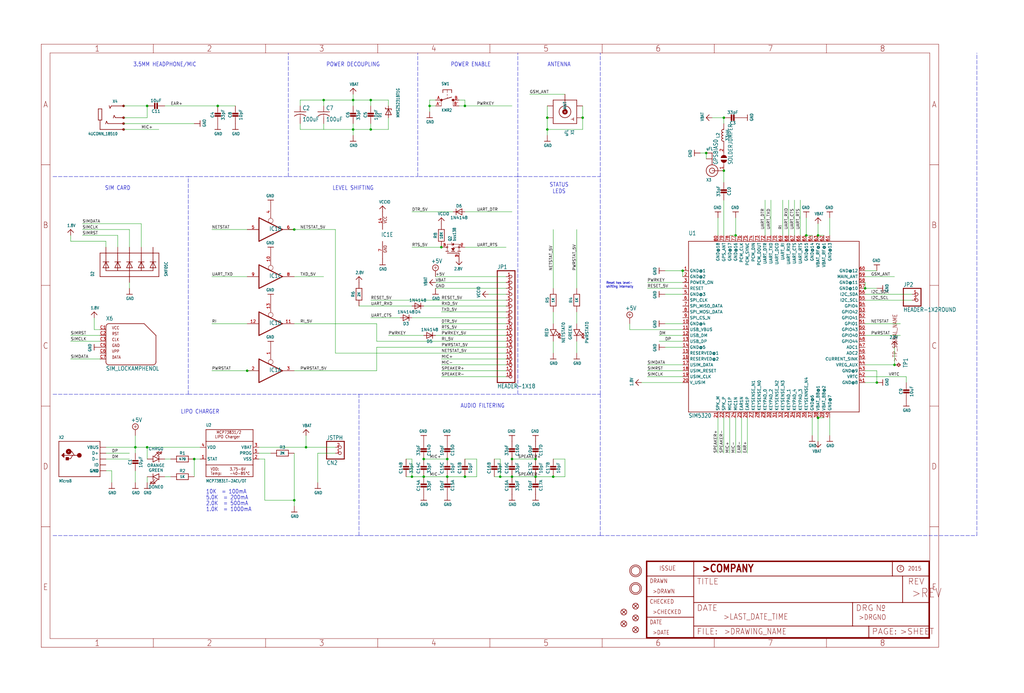
<source format=kicad_sch>
(kicad_sch (version 20211123) (generator eeschema)
  (paper "User" 441.96 299.161)
  (junction (at 132.08 193.04))
  (junction (at 312.42 73.66))
  (junction (at 238.76 205.74))
  (junction (at 193.04 198.12))
  (junction (at 200.66 205.74))
  (junction (at 215.9 205.74))
  (junction (at 220.98 198.12))
  (junction (at 373.38 124.46))
  (junction (at 231.14 198.12))
  (junction (at 160.02 55.88))
  (junction (at 93.98 45.72))
  (junction (at 353.06 180.34))
  (junction (at 106.68 160.02))
  (junction (at 353.06 101.6))
  (junction (at 152.4 43.18))
  (junction (at 63.5 193.04))
  (junction (at 190.5 106.68))
  (junction (at 220.98 205.74))
  (junction (at 152.4 55.88))
  (junction (at 251.46 50.8))
  (junction (at 193.04 205.74))
  (junction (at 127 99.06))
  (junction (at 58.42 193.04))
  (junction (at 185.42 45.72))
  (junction (at 177.8 205.74))
  (junction (at 378.46 165.1))
  (junction (at 182.88 198.12))
  (junction (at 139.7 43.18))
  (junction (at 236.22 55.88))
  (junction (at 231.14 205.74))
  (junction (at 127 215.9))
  (junction (at 63.5 45.72))
  (junction (at 83.82 198.12))
  (junction (at 236.22 50.8))
  (junction (at 200.66 45.72))
  (junction (at 386.08 157.48))
  (junction (at 317.5 101.6))
  (junction (at 347.98 101.6))
  (junction (at 182.88 205.74))
  (junction (at 160.02 43.18))
  (junction (at 294.64 116.84))
  (junction (at 304.8 66.04))
  (junction (at 312.42 50.8))
  (wire (pts (xy 162.56 160.02) (xy 162.56 149.86)))
  (wire (pts (xy 373.38 124.46) (xy 378.46 124.46)))
  (wire (pts (xy 137.16 195.58) (xy 144.78 195.58)))
  (wire (pts (xy 236.22 50.8) (xy 236.22 55.88)))
  (wire (pts (xy 200.66 91.44) (xy 220.98 91.44)))
  (wire (pts (xy 50.8 101.6) (xy 35.56 101.6)))
  (polyline (pts (xy 124.46 76.2) (xy 124.46 22.86)))
  (wire (pts (xy 190.5 157.48) (xy 218.44 157.48)))
  (polyline (pts (xy 81.28 170.18) (xy 154.94 170.18)))
  (wire (pts (xy 129.54 43.18) (xy 139.7 43.18)))
  (wire (pts (xy 287.02 127) (xy 294.64 127)))
  (wire (pts (xy 50.8 106.68) (xy 50.8 101.6)))
  (wire (pts (xy 195.58 91.44) (xy 177.8 91.44)))
  (wire (pts (xy 127 160.02) (xy 162.56 160.02)))
  (wire (pts (xy 152.4 45.72) (xy 152.4 43.18)))
  (wire (pts (xy 215.9 205.74) (xy 213.36 205.74)))
  (wire (pts (xy 63.5 198.12) (xy 63.5 193.04)))
  (wire (pts (xy 190.5 160.02) (xy 218.44 160.02)))
  (wire (pts (xy 58.42 203.2) (xy 58.42 208.28)))
  (wire (pts (xy 200.66 106.68) (xy 218.44 106.68)))
  (wire (pts (xy 53.34 55.88) (xy 68.58 55.88)))
  (wire (pts (xy 198.12 43.18) (xy 200.66 43.18)))
  (wire (pts (xy 317.5 93.98) (xy 317.5 101.6)))
  (wire (pts (xy 63.5 45.72) (xy 63.5 50.8)))
  (wire (pts (xy 287.02 149.86) (xy 294.64 149.86)))
  (wire (pts (xy 238.76 124.46) (xy 238.76 99.06)))
  (wire (pts (xy 60.96 106.68) (xy 60.96 96.52)))
  (wire (pts (xy 320.04 180.34) (xy 320.04 195.58)))
  (wire (pts (xy 160.02 45.72) (xy 160.02 43.18)))
  (wire (pts (xy 129.54 53.34) (xy 129.54 55.88)))
  (wire (pts (xy 312.42 50.8) (xy 312.42 53.34)))
  (wire (pts (xy 200.66 45.72) (xy 198.12 45.72)))
  (wire (pts (xy 279.4 157.48) (xy 294.64 157.48)))
  (wire (pts (xy 314.96 195.58) (xy 314.96 180.34)))
  (wire (pts (xy 132.08 193.04) (xy 132.08 187.96)))
  (polyline (pts (xy 223.52 170.18) (xy 223.52 76.2)))
  (wire (pts (xy 55.88 121.92) (xy 55.88 124.46)))
  (polyline (pts (xy 223.52 76.2) (xy 259.08 76.2)))
  (wire (pts (xy 160.02 43.18) (xy 167.64 43.18)))
  (wire (pts (xy 218.44 124.46) (xy 187.96 124.46)))
  (wire (pts (xy 152.4 43.18) (xy 152.4 40.64)))
  (wire (pts (xy 139.7 45.72) (xy 139.7 43.18)))
  (wire (pts (xy 238.76 198.12) (xy 243.84 198.12)))
  (polyline (pts (xy 223.52 76.2) (xy 180.34 76.2)))
  (wire (pts (xy 271.78 142.24) (xy 271.78 139.7)))
  (wire (pts (xy 177.8 106.68) (xy 190.5 106.68)))
  (wire (pts (xy 345.44 101.6) (xy 345.44 86.36)))
  (wire (pts (xy 182.88 205.74) (xy 193.04 205.74)))
  (wire (pts (xy 322.58 195.58) (xy 322.58 180.34)))
  (wire (pts (xy 248.92 134.62) (xy 248.92 139.7)))
  (wire (pts (xy 353.06 96.52) (xy 353.06 101.6)))
  (wire (pts (xy 373.38 165.1) (xy 378.46 165.1)))
  (wire (pts (xy 53.34 50.8) (xy 63.5 50.8)))
  (polyline (pts (xy 223.52 170.18) (xy 259.08 170.18)))
  (wire (pts (xy 187.96 144.78) (xy 218.44 144.78)))
  (wire (pts (xy 287.02 116.84) (xy 294.64 116.84)))
  (wire (pts (xy 373.38 127) (xy 393.7 127)))
  (wire (pts (xy 200.66 205.74) (xy 193.04 205.74)))
  (wire (pts (xy 55.88 198.12) (xy 45.72 198.12)))
  (wire (pts (xy 386.08 119.38) (xy 373.38 119.38)))
  (wire (pts (xy 93.98 45.72) (xy 71.12 45.72)))
  (wire (pts (xy 200.66 198.12) (xy 205.74 198.12)))
  (wire (pts (xy 106.68 119.38) (xy 91.44 119.38)))
  (wire (pts (xy 243.84 205.74) (xy 238.76 205.74)))
  (wire (pts (xy 228.6 40.64) (xy 243.84 40.64)))
  (wire (pts (xy 236.22 45.72) (xy 236.22 50.8)))
  (wire (pts (xy 83.82 53.34) (xy 53.34 53.34)))
  (wire (pts (xy 243.84 198.12) (xy 243.84 205.74)))
  (wire (pts (xy 129.54 55.88) (xy 152.4 55.88)))
  (wire (pts (xy 378.46 165.1) (xy 378.46 160.02)))
  (wire (pts (xy 215.9 205.74) (xy 220.98 205.74)))
  (wire (pts (xy 312.42 73.66) (xy 312.42 78.74)))
  (wire (pts (xy 45.72 106.68) (xy 45.72 104.14)))
  (polyline (pts (xy 223.52 76.2) (xy 223.52 22.86)))
  (wire (pts (xy 160.02 55.88) (xy 167.64 55.88)))
  (wire (pts (xy 391.16 162.56) (xy 373.38 162.56)))
  (wire (pts (xy 340.36 101.6) (xy 340.36 86.36)))
  (wire (pts (xy 350.52 180.34) (xy 350.52 187.96)))
  (wire (pts (xy 248.92 152.4) (xy 248.92 147.32)))
  (wire (pts (xy 238.76 147.32) (xy 238.76 152.4)))
  (wire (pts (xy 187.96 121.92) (xy 218.44 121.92)))
  (wire (pts (xy 73.66 205.74) (xy 71.12 205.74)))
  (wire (pts (xy 55.88 99.06) (xy 35.56 99.06)))
  (wire (pts (xy 48.26 203.2) (xy 48.26 208.28)))
  (wire (pts (xy 177.8 205.74) (xy 175.26 205.74)))
  (wire (pts (xy 182.88 132.08) (xy 218.44 132.08)))
  (polyline (pts (xy 22.86 231.14) (xy 154.94 231.14)))
  (wire (pts (xy 312.42 86.36) (xy 312.42 101.6)))
  (wire (pts (xy 152.4 55.88) (xy 160.02 55.88)))
  (wire (pts (xy 218.44 152.4) (xy 144.78 152.4)))
  (wire (pts (xy 350.52 101.6) (xy 347.98 101.6)))
  (wire (pts (xy 152.4 53.34) (xy 152.4 55.88)))
  (wire (pts (xy 309.88 180.34) (xy 309.88 195.58)))
  (wire (pts (xy 294.64 144.78) (xy 284.48 144.78)))
  (wire (pts (xy 187.96 43.18) (xy 185.42 43.18)))
  (wire (pts (xy 190.5 142.24) (xy 218.44 142.24)))
  (wire (pts (xy 304.8 66.04) (xy 302.26 66.04)))
  (wire (pts (xy 58.42 195.58) (xy 58.42 193.04)))
  (wire (pts (xy 162.56 147.32) (xy 162.56 139.7)))
  (wire (pts (xy 111.76 195.58) (xy 116.84 195.58)))
  (wire (pts (xy 144.78 152.4) (xy 144.78 99.06)))
  (wire (pts (xy 45.72 104.14) (xy 30.48 104.14)))
  (wire (pts (xy 307.34 50.8) (xy 312.42 50.8)))
  (wire (pts (xy 167.64 55.88) (xy 167.64 50.8)))
  (wire (pts (xy 236.22 58.42) (xy 236.22 55.88)))
  (wire (pts (xy 187.96 45.72) (xy 185.42 45.72)))
  (wire (pts (xy 294.64 160.02) (xy 279.4 160.02)))
  (wire (pts (xy 312.42 195.58) (xy 312.42 180.34)))
  (wire (pts (xy 218.44 137.16) (xy 177.8 137.16)))
  (wire (pts (xy 193.04 198.12) (xy 182.88 198.12)))
  (wire (pts (xy 287.02 139.7) (xy 294.64 139.7)))
  (polyline (pts (xy 259.08 76.2) (xy 259.08 22.86)))
  (wire (pts (xy 386.08 157.48) (xy 386.08 149.86)))
  (wire (pts (xy 353.06 101.6) (xy 355.6 101.6)))
  (wire (pts (xy 294.64 124.46) (xy 279.4 124.46)))
  (wire (pts (xy 63.5 45.72) (xy 53.34 45.72)))
  (polyline (pts (xy 22.86 76.2) (xy 81.28 76.2)))
  (wire (pts (xy 172.72 137.16) (xy 160.02 137.16)))
  (wire (pts (xy 45.72 193.04) (xy 58.42 193.04)))
  (wire (pts (xy 160.02 53.34) (xy 160.02 55.88)))
  (wire (pts (xy 190.5 162.56) (xy 218.44 162.56)))
  (wire (pts (xy 309.88 93.98) (xy 309.88 101.6)))
  (wire (pts (xy 83.82 205.74) (xy 83.82 198.12)))
  (wire (pts (xy 342.9 101.6) (xy 342.9 86.36)))
  (wire (pts (xy 210.82 127) (xy 218.44 127)))
  (wire (pts (xy 58.42 193.04) (xy 58.42 187.96)))
  (wire (pts (xy 205.74 205.74) (xy 200.66 205.74)))
  (wire (pts (xy 127 139.7) (xy 162.56 139.7)))
  (wire (pts (xy 190.5 154.94) (xy 218.44 154.94)))
  (polyline (pts (xy 154.94 231.14) (xy 154.94 170.18)))
  (wire (pts (xy 294.64 142.24) (xy 271.78 142.24)))
  (wire (pts (xy 30.48 104.14) (xy 30.48 101.6)))
  (wire (pts (xy 154.94 132.08) (xy 177.8 132.08)))
  (wire (pts (xy 314.96 101.6) (xy 317.5 101.6)))
  (wire (pts (xy 139.7 53.34) (xy 139.7 55.88)))
  (wire (pts (xy 132.08 193.04) (xy 144.78 193.04)))
  (wire (pts (xy 373.38 116.84) (xy 378.46 116.84)))
  (wire (pts (xy 106.68 99.06) (xy 91.44 99.06)))
  (wire (pts (xy 251.46 50.8) (xy 251.46 45.72)))
  (wire (pts (xy 182.88 144.78) (xy 167.64 144.78)))
  (wire (pts (xy 175.26 198.12) (xy 177.8 198.12)))
  (wire (pts (xy 152.4 43.18) (xy 160.02 43.18)))
  (wire (pts (xy 294.64 116.84) (xy 294.64 119.38)))
  (wire (pts (xy 205.74 198.12) (xy 205.74 205.74)))
  (wire (pts (xy 220.98 45.72) (xy 200.66 45.72)))
  (wire (pts (xy 185.42 45.72) (xy 185.42 48.26)))
  (polyline (pts (xy 259.08 231.14) (xy 421.64 231.14)))
  (wire (pts (xy 358.14 93.98) (xy 358.14 101.6)))
  (wire (pts (xy 30.48 154.94) (xy 43.18 154.94)))
  (wire (pts (xy 152.4 58.42) (xy 152.4 55.88)))
  (wire (pts (xy 373.38 157.48) (xy 386.08 157.48)))
  (wire (pts (xy 358.14 187.96) (xy 358.14 180.34)))
  (polyline (pts (xy 124.46 76.2) (xy 180.34 76.2)))
  (wire (pts (xy 337.82 101.6) (xy 337.82 86.36)))
  (wire (pts (xy 162.56 149.86) (xy 218.44 149.86)))
  (wire (pts (xy 294.64 121.92) (xy 279.4 121.92)))
  (wire (pts (xy 83.82 198.12) (xy 86.36 198.12)))
  (wire (pts (xy 218.44 139.7) (xy 190.5 139.7)))
  (wire (pts (xy 220.98 205.74) (xy 231.14 205.74)))
  (wire (pts (xy 93.98 45.72) (xy 101.6 45.72)))
  (wire (pts (xy 294.64 165.1) (xy 276.86 165.1)))
  (polyline (pts (xy 421.64 231.14) (xy 421.64 22.86)))
  (polyline (pts (xy 259.08 170.18) (xy 259.08 76.2)))
  (wire (pts (xy 45.72 195.58) (xy 55.88 195.58)))
  (wire (pts (xy 114.3 198.12) (xy 114.3 215.9)))
  (wire (pts (xy 58.42 193.04) (xy 63.5 193.04)))
  (wire (pts (xy 127 215.9) (xy 127 218.44)))
  (wire (pts (xy 63.5 193.04) (xy 86.36 193.04)))
  (wire (pts (xy 124.46 99.06) (xy 127 99.06)))
  (wire (pts (xy 347.98 101.6) (xy 347.98 93.98)))
  (wire (pts (xy 251.46 55.88) (xy 251.46 50.8)))
  (wire (pts (xy 129.54 45.72) (xy 129.54 43.18)))
  (wire (pts (xy 137.16 195.58) (xy 137.16 208.28)))
  (wire (pts (xy 378.46 160.02) (xy 373.38 160.02)))
  (wire (pts (xy 43.18 142.24) (xy 40.64 142.24)))
  (polyline (pts (xy 154.94 170.18) (xy 223.52 170.18)))
  (wire (pts (xy 160.02 129.54) (xy 218.44 129.54)))
  (wire (pts (xy 167.64 43.18) (xy 167.64 45.72)))
  (wire (pts (xy 55.88 106.68) (xy 55.88 99.06)))
  (polyline (pts (xy 22.86 170.18) (xy 81.28 170.18)))
  (wire (pts (xy 218.44 119.38) (xy 187.96 119.38)))
  (wire (pts (xy 213.36 198.12) (xy 215.9 198.12)))
  (wire (pts (xy 200.66 43.18) (xy 200.66 45.72)))
  (wire (pts (xy 391.16 162.56) (xy 391.16 165.1)))
  (wire (pts (xy 73.66 198.12) (xy 71.12 198.12)))
  (wire (pts (xy 114.3 215.9) (xy 127 215.9)))
  (wire (pts (xy 43.18 144.78) (xy 30.48 144.78)))
  (wire (pts (xy 248.92 99.06) (xy 248.92 124.46)))
  (wire (pts (xy 294.64 162.56) (xy 279.4 162.56)))
  (polyline (pts (xy 259.08 231.14) (xy 259.08 170.18)))
  (wire (pts (xy 238.76 205.74) (xy 231.14 205.74)))
  (wire (pts (xy 236.22 55.88) (xy 251.46 55.88)))
  (wire (pts (xy 330.2 101.6) (xy 330.2 86.36)))
  (wire (pts (xy 238.76 134.62) (xy 238.76 139.7)))
  (wire (pts (xy 40.64 142.24) (xy 40.64 137.16)))
  (wire (pts (xy 63.5 205.74) (xy 63.5 208.28)))
  (wire (pts (xy 215.9 198.12) (xy 215.9 205.74)))
  (wire (pts (xy 388.62 144.78) (xy 373.38 144.78)))
  (wire (pts (xy 60.96 96.52) (xy 35.56 96.52)))
  (wire (pts (xy 284.48 147.32) (xy 294.64 147.32)))
  (wire (pts (xy 185.42 43.18) (xy 185.42 45.72)))
  (wire (pts (xy 109.22 160.02) (xy 106.68 160.02)))
  (wire (pts (xy 45.72 203.2) (xy 48.26 203.2)))
  (wire (pts (xy 231.14 198.12) (xy 220.98 198.12)))
  (wire (pts (xy 332.74 101.6) (xy 332.74 86.36)))
  (wire (pts (xy 127 119.38) (xy 139.7 119.38)))
  (wire (pts (xy 317.5 180.34) (xy 317.5 195.58)))
  (wire (pts (xy 388.62 139.7) (xy 373.38 139.7)))
  (wire (pts (xy 177.8 198.12) (xy 177.8 205.74)))
  (wire (pts (xy 132.08 193.04) (xy 111.76 193.04)))
  (wire (pts (xy 304.8 68.58) (xy 304.8 66.04)))
  (wire (pts (xy 106.68 160.02) (xy 91.44 160.02)))
  (wire (pts (xy 106.68 139.7) (xy 91.44 139.7)))
  (polyline (pts (xy 154.94 231.14) (xy 259.08 231.14)))
  (wire (pts (xy 353.06 190.5) (xy 353.06 180.34)))
  (wire (pts (xy 393.7 129.54) (xy 373.38 129.54)))
  (wire (pts (xy 177.8 205.74) (xy 182.88 205.74)))
  (wire (pts (xy 139.7 43.18) (xy 152.4 43.18)))
  (wire (pts (xy 373.38 121.92) (xy 373.38 124.46)))
  (wire (pts (xy 111.76 198.12) (xy 114.3 198.12)))
  (wire (pts (xy 43.18 147.32) (xy 30.48 147.32)))
  (wire (pts (xy 127 195.58) (xy 127 215.9)))
  (wire (pts (xy 127 99.06) (xy 144.78 99.06)))
  (wire (pts (xy 353.06 180.34) (xy 355.6 180.34)))
  (polyline (pts (xy 81.28 76.2) (xy 124.46 76.2)))
  (wire (pts (xy 162.56 147.32) (xy 218.44 147.32)))
  (polyline (pts (xy 81.28 170.18) (xy 81.28 76.2)))
  (polyline (pts (xy 180.34 76.2) (xy 180.34 22.86)))
  (wire (pts (xy 190.5 134.62) (xy 218.44 134.62)))
  (text "3.5MM HEADPHONE/MIC" (at 71.12 27.94 180) (effects (font (size 1.778 1.5113))))
  (text "1.0K  = 1000mA" (at 88.9 220.98 180) (effects (font (size 1.778 1.5113)) (justify left bottom)))
  (text "POWER ENABLE" (at 203.2 27.94 180) (effects (font (size 1.778 1.5113))))
  (text "Reset has level-\nshifting internally" (at 261.62 124.46 180) (effects (font (size 1.016 0.8636)) (justify left bottom)))
  (text "5.0K  = 200mA" (at 88.9 215.9 180) (effects (font (size 1.778 1.5113)) (justify left bottom)))
  (text "POWER DECOUPLING" (at 152.4 27.94 180) (effects (font (size 1.778 1.5113))))
  (text "STATUS\nLEDS" (at 241.3 81.28 180) (effects (font (size 1.778 1.5113))))
  (text "10K  = 100mA" (at 88.9 213.36 180) (effects (font (size 1.778 1.5113)) (justify left bottom)))
  (text "LIPO CHARGER" (at 86.36 177.8 180) (effects (font (size 1.778 1.5113))))
  (text "2.0K  = 500mA" (at 88.9 218.44 180) (effects (font (size 1.778 1.5113)) (justify left bottom)))
  (text "AUDIO FILTERING" (at 208.28 175.26 180) (effects (font (size 1.778 1.5113))))
  (text "LEVEL SHIFTING" (at 152.4 81.28 180) (effects (font (size 1.778 1.5113))))
  (text "SIM CARD" (at 50.8 81.28 180) (effects (font (size 1.778 1.5113))))
  (text "ANTENNA" (at 241.3 27.94 180) (effects (font (size 1.778 1.5113))))
  (label "MIC-" (at 185.42 205.74 0) (effects (font (size 1.2446 1.2446))))
  (label "NETSTAT" (at 91.44 99.06 0) (effects (font (size 1.2446 1.2446))))
  (label "RESET_5V" (at 160.02 129.54 0) (effects (font (size 1.2446 1.2446))))
  (label "GSM_ANT" (at 228.6 40.64 0) (effects (font (size 1.2446 1.2446))))
  (label "VBAT" (at 187.96 121.92 0) (effects (font (size 1.2446 1.2446))))
  (label "SIMDATA" (at 30.48 154.94 0) (effects (font (size 1.2446 1.2446))))
  (label "UART_RXD" (at 340.36 99.06 90) (effects (font (size 1.2446 1.2446))))
  (label "DTR_5V" (at 190.5 139.7 0) (effects (font (size 1.2446 1.2446))))
  (label "SPEAKER-" (at 190.5 162.56 0) (effects (font (size 1.2446 1.2446))))
  (label "SIMRST" (at 35.56 101.6 0) (effects (font (size 1.2446 1.2446))))
  (label "SPEAKER-" (at 223.52 205.74 0) (effects (font (size 1.2446 1.2446))))
  (label "NETSTAT" (at 375.92 139.7 0) (effects (font (size 1.2446 1.2446))))
  (label "GSM_ANT" (at 375.92 119.38 0) (effects (font (size 1.2446 1.2446))))
  (label "RESET_5V" (at 190.5 129.54 0) (effects (font (size 1.2446 1.2446))))
  (label "UART_RTS" (at 205.74 106.68 0) (effects (font (size 1.2446 1.2446))))
  (label "MIC-" (at 317.5 195.58 90) (effects (font (size 1.2446 1.2446))))
  (label "I2C_SDA" (at 375.92 127 0) (effects (font (size 1.2446 1.2446))))
  (label "NETSTAT_5V" (at 129.54 99.06 0) (effects (font (size 1.2446 1.2446))))
  (label "UART_TXD" (at 332.74 99.06 90) (effects (font (size 1.2446 1.2446))))
  (label "RI_5V" (at 129.54 139.7 0) (effects (font (size 1.2446 1.2446))))
  (label "DP" (at 287.02 147.32 0) (effects (font (size 1.2446 1.2446))))
  (label "UART_RXD" (at 160.02 132.08 0) (effects (font (size 1.2446 1.2446))))
  (label "PWRKEY" (at 167.64 144.78 0) (effects (font (size 1.2446 1.2446))))
  (label "GND" (at 187.96 124.46 0) (effects (font (size 1.2446 1.2446))))
  (label "VRTC" (at 383.54 162.56 0) (effects (font (size 1.2446 1.2446))))
  (label "UART_RTS" (at 345.44 99.06 90) (effects (font (size 1.2446 1.2446))))
  (label "RI" (at 91.44 139.7 0) (effects (font (size 1.2446 1.2446))))
  (label "RXD_5V" (at 190.5 132.08 0) (effects (font (size 1.2446 1.2446))))
  (label "RTS_5V" (at 177.8 106.68 0) (effects (font (size 1.2446 1.2446))))
  (label "TXD_5V" (at 190.5 134.62 0) (effects (font (size 1.2446 1.2446))))
  (label "SIMRST" (at 30.48 144.78 0) (effects (font (size 1.2446 1.2446))))
  (label "PWRSTAT_5V" (at 190.5 149.86 0) (effects (font (size 1.2446 1.2446))))
  (label "PWRSTAT" (at 375.92 144.78 0) (effects (font (size 1.2446 1.2446))))
  (label "SPEAKER-" (at 312.42 195.58 90) (effects (font (size 1.2446 1.2446))))
  (label "MIC+" (at 60.96 55.88 0) (effects (font (size 1.2446 1.2446))))
  (label "SIMCLK" (at 30.48 147.32 0) (effects (font (size 1.2446 1.2446))))
  (label "UART_TXD" (at 91.44 119.38 0) (effects (font (size 1.2446 1.2446))))
  (label "SPEAKER+" (at 309.88 195.58 90) (effects (font (size 1.2446 1.2446))))
  (label "SPEAKER+" (at 223.52 198.12 0) (effects (font (size 1.2446 1.2446))))
  (label "+5V" (at 187.96 119.38 0) (effects (font (size 1.2446 1.2446))))
  (label "I2C_SCL" (at 375.92 129.54 0) (effects (font (size 1.2446 1.2446))))
  (label "PWRSTAT" (at 91.44 160.02 0) (effects (font (size 1.2446 1.2446))))
  (label "MIC+" (at 185.42 198.12 0) (effects (font (size 1.2446 1.2446))))
  (label "EAR+" (at 73.66 45.72 0) (effects (font (size 1.2446 1.2446))))
  (label "RTS_5V" (at 190.5 142.24 0) (effects (font (size 1.2446 1.2446))))
  (label "UART_DTR" (at 205.74 91.44 0) (effects (font (size 1.2446 1.2446))))
  (label "SIMRST" (at 279.4 160.02 0) (effects (font (size 1.2446 1.2446))))
  (label "SIMCLK" (at 279.4 162.56 0) (effects (font (size 1.2446 1.2446))))
  (label "MIC+" (at 314.96 195.58 90) (effects (font (size 1.2446 1.2446))))
  (label "DM" (at 284.48 144.78 0) (effects (font (size 1.2446 1.2446))))
  (label "EAR-" (at 320.04 195.58 90) (effects (font (size 1.2446 1.2446))))
  (label "NETSTAT_5V" (at 238.76 116.84 90) (effects (font (size 1.2446 1.2446))))
  (label "TXD_5V" (at 129.54 119.38 0) (effects (font (size 1.2446 1.2446))))
  (label "DM" (at 48.26 198.12 0) (effects (font (size 1.2446 1.2446))))
  (label "UART_CTS" (at 342.9 99.06 90) (effects (font (size 1.2446 1.2446))))
  (label "PWRSTAT_5V" (at 248.92 116.84 90) (effects (font (size 1.2446 1.2446))))
  (label "DP" (at 48.26 195.58 0) (effects (font (size 1.2446 1.2446))))
  (label "SIMDATA" (at 279.4 157.48 0) (effects (font (size 1.2446 1.2446))))
  (label "PWRKEY" (at 279.4 121.92 0) (effects (font (size 1.2446 1.2446))))
  (label "DTR_5V" (at 177.8 91.44 0) (effects (font (size 1.2446 1.2446))))
  (label "SIMDATA" (at 35.56 96.52 0) (effects (font (size 1.2446 1.2446))))
  (label "RI" (at 337.82 99.06 90) (effects (font (size 1.2446 1.2446))))
  (label "PWRKEY" (at 205.74 45.72 0) (effects (font (size 1.2446 1.2446))))
  (label "EAR+" (at 322.58 195.58 90) (effects (font (size 1.2446 1.2446))))
  (label "NETSTAT_5V" (at 190.5 152.4 0) (effects (font (size 1.2446 1.2446))))
  (label "SIMCLK" (at 35.56 99.06 0) (effects (font (size 1.2446 1.2446))))
  (label "UART_DTR" (at 330.2 99.06 90) (effects (font (size 1.2446 1.2446))))
  (label "MIC+" (at 190.5 154.94 0) (effects (font (size 1.2446 1.2446))))
  (label "RESET_5V" (at 279.4 124.46 0) (effects (font (size 1.2446 1.2446))))
  (label "MIC-" (at 190.5 157.48 0) (effects (font (size 1.2446 1.2446))))
  (label "RI_5V" (at 190.5 147.32 0) (effects (font (size 1.2446 1.2446))))
  (label "PWRSTAT_5V" (at 129.54 160.02 0) (effects (font (size 1.2446 1.2446))))
  (label "UART_CTS" (at 160.02 137.16 0) (effects (font (size 1.2446 1.2446))))
  (label "PWRKEY_5V" (at 190.5 144.78 0) (effects (font (size 1.2446 1.2446))))
  (label "SPEAKER+" (at 190.5 160.02 0) (effects (font (size 1.2446 1.2446))))
  (symbol (lib_id "eagleSchem-eagle-import:MCP73831{slash}2") (at 99.06 195.58 0) (unit 1)
    (property "Reference" "U2" (at 88.9 184.15 0) (effects (font (size 1.27 1.0795)) (justify left bottom)))
    (property "Value" "MCP73831T-2ACI/OT" (at 88.9 208.28 0) (effects (font (size 1.27 1.0795)) (justify left bottom)))
    (property "Footprint" "eagleSchem:SOT23-5" (effects hide))
  )
  (symbol (lib_id "eagleSchem-eagle-import:FIDUCIAL{dblquote}{dblquote}") (at 274.32 271.78 0) (unit 1)
    (property "Reference" "FID3" (effects hide))
    (property "Value" "FIDUCIAL{dblquote}{dblquote}" (effects hide))
    (property "Footprint" "eagleSchem:FIDUCIAL_1MM" (effects hide))
  )
  (symbol (lib_id "eagleSchem-eagle-import:AUDIO_3.5MMJACK_4POL") (at 48.26 50.8 0) (unit 1)
    (property "Reference" "X4" (at 50.8 44.45 0) (effects (font (size 1.27 1.0795)) (justify right bottom)))
    (property "Value" "4UCONN_18510" (at 50.8 58.42 0) (effects (font (size 1.27 1.0795)) (justify right bottom)))
    (property "Footprint" "eagleSchem:4UCONN_18510" (effects hide))
  )
  (symbol (lib_id "eagleSchem-eagle-import:GND") (at 193.04 215.9 0) (unit 1)
    (property "Reference" "#U$47" (effects hide))
    (property "Value" "GND" (at 191.516 218.44 0) (effects (font (size 1.27 1.0795)) (justify left bottom)))
    (property "Footprint" "eagleSchem:" (effects hide))
  )
  (symbol (lib_id "eagleSchem-eagle-import:GND") (at 284.48 127 270) (unit 1)
    (property "Reference" "#U$31" (effects hide))
    (property "Value" "GND" (at 281.94 125.476 0) (effects (font (size 1.27 1.0795)) (justify left bottom)))
    (property "Footprint" "eagleSchem:" (effects hide))
  )
  (symbol (lib_id "eagleSchem-eagle-import:GND") (at 391.16 175.26 0) (unit 1)
    (property "Reference" "#U$24" (effects hide))
    (property "Value" "GND" (at 389.636 177.8 0) (effects (font (size 1.27 1.0795)) (justify left bottom)))
    (property "Footprint" "eagleSchem:" (effects hide))
  )
  (symbol (lib_id "eagleSchem-eagle-import:LED0805_NOOUTLINE") (at 238.76 144.78 270) (unit 1)
    (property "Reference" "NETSTAT0" (at 243.205 143.51 0))
    (property "Value" "RED" (at 235.966 143.51 0))
    (property "Footprint" "eagleSchem:CHIPLED_0805_NOOUTLINE" (effects hide))
  )
  (symbol (lib_id "eagleSchem-eagle-import:1.8V") (at 274.32 165.1 90) (unit 1)
    (property "Reference" "#U$8" (effects hide))
    (property "Value" "1.8V" (at 273.304 166.624 0) (effects (font (size 1.27 1.0795)) (justify left bottom)))
    (property "Footprint" "eagleSchem:" (effects hide))
  )
  (symbol (lib_id "eagleSchem-eagle-import:JST_2PIN") (at 147.32 193.04 0) (mirror x) (unit 1)
    (property "Reference" "CN2" (at 140.97 198.755 0) (effects (font (size 1.778 1.5113)) (justify left bottom)))
    (property "Value" "JSTPH" (at 140.97 187.96 0) (effects (font (size 1.778 1.5113)) (justify left bottom)))
    (property "Footprint" "eagleSchem:JSTPH2" (effects hide))
  )
  (symbol (lib_id "eagleSchem-eagle-import:RESISTOR0805_NOOUTLINE") (at 78.74 198.12 0) (unit 1)
    (property "Reference" "R1" (at 78.74 195.58 0))
    (property "Value" "470" (at 78.74 198.12 0) (effects (font (size 1.016 1.016) bold)))
    (property "Footprint" "eagleSchem:0805-NO" (effects hide))
  )
  (symbol (lib_id "eagleSchem-eagle-import:74125PW") (at 116.84 99.06 0) (unit 2)
    (property "Reference" "IC1" (at 116.205 99.695 0) (effects (font (size 1.778 1.5113)) (justify left bottom)))
    (property "Value" "74VHCT125PW" (effects hide))
    (property "Footprint" "eagleSchem:TSSOP14" (effects hide))
  )
  (symbol (lib_id "eagleSchem-eagle-import:2.8V") (at 386.08 147.32 0) (mirror y) (unit 1)
    (property "Reference" "#U$23" (effects hide))
    (property "Value" "2.8V" (at 387.604 146.304 0) (effects (font (size 1.27 1.0795)) (justify left bottom)))
    (property "Footprint" "eagleSchem:" (effects hide))
  )
  (symbol (lib_id "eagleSchem-eagle-import:HEADER-1X2ROUND") (at 396.24 129.54 0) (unit 1)
    (property "Reference" "JP2" (at 389.89 123.825 0) (effects (font (size 1.778 1.5113)) (justify left bottom)))
    (property "Value" "HEADER-1X2ROUND" (at 389.89 134.62 0) (effects (font (size 1.778 1.5113)) (justify left bottom)))
    (property "Footprint" "eagleSchem:1X02_ROUND" (effects hide))
  )
  (symbol (lib_id "eagleSchem-eagle-import:1.8V") (at 40.64 134.62 0) (unit 1)
    (property "Reference" "#U$1" (effects hide))
    (property "Value" "1.8V" (at 39.116 133.604 0) (effects (font (size 1.27 1.0795)) (justify left bottom)))
    (property "Footprint" "eagleSchem:" (effects hide))
  )
  (symbol (lib_id "eagleSchem-eagle-import:LED0805_NOOUTLINE") (at 248.92 144.78 270) (unit 1)
    (property "Reference" "PWRSTAT0" (at 253.365 143.51 0))
    (property "Value" "GREEN" (at 246.126 143.51 0))
    (property "Footprint" "eagleSchem:CHIPLED_0805_NOOUTLINE" (effects hide))
  )
  (symbol (lib_id "eagleSchem-eagle-import:GND") (at 116.84 86.36 180) (unit 1)
    (property "Reference" "#U$53" (effects hide))
    (property "Value" "GND" (at 118.364 83.82 0) (effects (font (size 1.27 1.0795)) (justify left bottom)))
    (property "Footprint" "eagleSchem:" (effects hide))
  )
  (symbol (lib_id "eagleSchem-eagle-import:DIODESOD-323") (at 180.34 132.08 0) (mirror x) (unit 1)
    (property "Reference" "D4" (at 180.34 134.62 0))
    (property "Value" "1N4148" (at 180.34 129.58 0))
    (property "Footprint" "eagleSchem:SOD-323" (effects hide))
  )
  (symbol (lib_id "eagleSchem-eagle-import:FIDUCIAL{dblquote}{dblquote}") (at 269.24 269.24 0) (unit 1)
    (property "Reference" "FID5" (effects hide))
    (property "Value" "FIDUCIAL{dblquote}{dblquote}" (effects hide))
    (property "Footprint" "eagleSchem:FIDUCIAL_1MM" (effects hide))
  )
  (symbol (lib_id "eagleSchem-eagle-import:GND") (at 284.48 149.86 270) (unit 1)
    (property "Reference" "#U$40" (effects hide))
    (property "Value" "GND" (at 281.94 148.336 0) (effects (font (size 1.27 1.0795)) (justify left bottom)))
    (property "Footprint" "eagleSchem:" (effects hide))
  )
  (symbol (lib_id "eagleSchem-eagle-import:C-USC1210") (at 129.54 48.26 0) (unit 1)
    (property "Reference" "C2" (at 130.556 47.625 0) (effects (font (size 1.778 1.5113)) (justify left bottom)))
    (property "Value" "100uF" (at 130.556 52.451 0) (effects (font (size 1.778 1.5113)) (justify left bottom)))
    (property "Footprint" "eagleSchem:C1210" (effects hide))
  )
  (symbol (lib_id "eagleSchem-eagle-import:TPTP11R") (at 388.62 157.48 270) (mirror x) (unit 1)
    (property "Reference" "TP1" (at 389.89 158.75 0) (effects (font (size 1.778 1.5113)) (justify left bottom)))
    (property "Value" "TPTP11R" (effects hide))
    (property "Footprint" "eagleSchem:TP11R" (effects hide))
  )
  (symbol (lib_id "eagleSchem-eagle-import:GND") (at 101.6 55.88 0) (unit 1)
    (property "Reference" "#U$58" (effects hide))
    (property "Value" "GND" (at 100.076 58.42 0) (effects (font (size 1.27 1.0795)) (justify left bottom)))
    (property "Footprint" "eagleSchem:" (effects hide))
  )
  (symbol (lib_id "eagleSchem-eagle-import:CAP_CERAMIC0805-NOOUTLINE") (at 101.6 50.8 0) (unit 1)
    (property "Reference" "C8" (at 99.31 49.55 90))
    (property "Value" "10pF" (at 103.9 49.55 90))
    (property "Footprint" "eagleSchem:0805-NO" (effects hide))
  )
  (symbol (lib_id "eagleSchem-eagle-import:GND") (at 248.92 154.94 0) (unit 1)
    (property "Reference" "#U$16" (effects hide))
    (property "Value" "GND" (at 247.396 157.48 0) (effects (font (size 1.27 1.0795)) (justify left bottom)))
    (property "Footprint" "eagleSchem:" (effects hide))
  )
  (symbol (lib_id "eagleSchem-eagle-import:GND") (at 284.48 139.7 270) (unit 1)
    (property "Reference" "#U$37" (effects hide))
    (property "Value" "GND" (at 281.94 138.176 0) (effects (font (size 1.27 1.0795)) (justify left bottom)))
    (property "Footprint" "eagleSchem:" (effects hide))
  )
  (symbol (lib_id "eagleSchem-eagle-import:GND") (at 322.58 50.8 90) (unit 1)
    (property "Reference" "#U$57" (effects hide))
    (property "Value" "GND" (at 325.12 52.324 0) (effects (font (size 1.27 1.0795)) (justify left bottom)))
    (property "Footprint" "eagleSchem:" (effects hide))
  )
  (symbol (lib_id "eagleSchem-eagle-import:MOUNTINGHOLE2.5") (at 274.32 246.38 0) (unit 1)
    (property "Reference" "U$34" (effects hide))
    (property "Value" "MOUNTINGHOLE2.5" (effects hide))
    (property "Footprint" "eagleSchem:MOUNTINGHOLE_2.5_PLATED" (effects hide))
  )
  (symbol (lib_id "eagleSchem-eagle-import:74125PW") (at 165.1 101.6 0) (unit 5)
    (property "Reference" "IC1" (at 164.465 102.235 0) (effects (font (size 1.778 1.5113)) (justify left bottom)))
    (property "Value" "74VHCT125PW" (effects hide))
    (property "Footprint" "eagleSchem:TSSOP14" (effects hide))
  )
  (symbol (lib_id "eagleSchem-eagle-import:CAP_4PACK1206") (at 193.04 193.04 180) (unit 4)
    (property "Reference" "C15" (at 195.33 194.29 90))
    (property "Value" "10pF" (at 190.74 194.29 90))
    (property "Footprint" "eagleSchem:RESPACK_4X0603" (effects hide))
  )
  (symbol (lib_id "eagleSchem-eagle-import:CAP_CERAMIC0805-NOOUTLINE") (at 152.4 50.8 0) (unit 1)
    (property "Reference" "C6" (at 150.11 49.55 90))
    (property "Value" "33pF" (at 154.7 49.55 90))
    (property "Footprint" "eagleSchem:0805-NO" (effects hide))
  )
  (symbol (lib_id "eagleSchem-eagle-import:GND") (at 231.14 215.9 0) (unit 1)
    (property "Reference" "#U$51" (effects hide))
    (property "Value" "GND" (at 229.616 218.44 0) (effects (font (size 1.27 1.0795)) (justify left bottom)))
    (property "Footprint" "eagleSchem:" (effects hide))
  )
  (symbol (lib_id "eagleSchem-eagle-import:GND") (at 193.04 187.96 180) (unit 1)
    (property "Reference" "#U$45" (effects hide))
    (property "Value" "GND" (at 194.564 185.42 0) (effects (font (size 1.27 1.0795)) (justify left bottom)))
    (property "Footprint" "eagleSchem:" (effects hide))
  )
  (symbol (lib_id "eagleSchem-eagle-import:GND") (at 187.96 127 0) (unit 1)
    (property "Reference" "#U$35" (effects hide))
    (property "Value" "GND" (at 186.436 129.54 0) (effects (font (size 1.27 1.0795)) (justify left bottom)))
    (property "Footprint" "eagleSchem:" (effects hide))
  )
  (symbol (lib_id "eagleSchem-eagle-import:VBAT") (at 132.08 185.42 0) (unit 1)
    (property "Reference" "#U$18" (effects hide))
    (property "Value" "VBAT" (at 130.556 184.404 0) (effects (font (size 1.27 1.0795)) (justify left bottom)))
    (property "Footprint" "eagleSchem:" (effects hide))
  )
  (symbol (lib_id "eagleSchem-eagle-import:FRAME_A3") (at 17.78 279.4 0) (unit 1)
    (property "Reference" "#FRAME1" (effects hide))
    (property "Value" "FRAME_A3" (effects hide))
    (property "Footprint" "eagleSchem:" (effects hide))
  )
  (symbol (lib_id "eagleSchem-eagle-import:1.8V") (at 30.48 99.06 0) (unit 1)
    (property "Reference" "#U$15" (effects hide))
    (property "Value" "1.8V" (at 28.956 98.044 0) (effects (font (size 1.27 1.0795)) (justify left bottom)))
    (property "Footprint" "eagleSchem:" (effects hide))
  )
  (symbol (lib_id "eagleSchem-eagle-import:GND") (at 93.98 55.88 0) (unit 1)
    (property "Reference" "#U$10" (effects hide))
    (property "Value" "GND" (at 92.456 58.42 0) (effects (font (size 1.27 1.0795)) (justify left bottom)))
    (property "Footprint" "eagleSchem:" (effects hide))
  )
  (symbol (lib_id "eagleSchem-eagle-import:CAP_4PACK1206") (at 175.26 203.2 0) (unit 2)
    (property "Reference" "C14" (at 172.97 201.95 90))
    (property "Value" "33pF" (at 177.56 201.95 90))
    (property "Footprint" "eagleSchem:RESPACK_4X0603" (effects hide))
  )
  (symbol (lib_id "eagleSchem-eagle-import:SMACONNECTOR_EDGE_UFL") (at 243.84 48.26 270) (unit 1)
    (property "Reference" "X1" (at 246.38 55.88 0) (effects (font (size 1.27 1.0795)) (justify left bottom)))
    (property "Value" "uFL" (at 243.84 55.88 0) (effects (font (size 1.27 1.0795)) (justify left bottom)))
    (property "Footprint" "eagleSchem:SMA_EDGELAUNCH_UFL" (effects hide))
  )
  (symbol (lib_id "eagleSchem-eagle-import:INDUCTOR_0805MP") (at 312.42 58.42 90) (unit 1)
    (property "Reference" "L2" (at 309.88 58.42 0))
    (property "Value" "33nH" (at 313.96 58.42 0))
    (property "Footprint" "eagleSchem:_0805MP" (effects hide))
  )
  (symbol (lib_id "eagleSchem-eagle-import:2.8V") (at 198.12 114.3 180) (unit 1)
    (property "Reference" "#U$56" (effects hide))
    (property "Value" "2.8V" (at 199.644 115.316 0) (effects (font (size 1.27 1.0795)) (justify left bottom)))
    (property "Footprint" "eagleSchem:" (effects hide))
  )
  (symbol (lib_id "eagleSchem-eagle-import:CAP_4PACK1206") (at 231.14 208.28 180) (unit 1)
    (property "Reference" "C17" (at 233.43 209.53 90))
    (property "Value" "10pF" (at 228.84 209.53 90))
    (property "Footprint" "eagleSchem:RESPACK_4X0603" (effects hide))
  )
  (symbol (lib_id "eagleSchem-eagle-import:CAP_4PACK1206") (at 182.88 203.2 0) (unit 3)
    (property "Reference" "C14" (at 180.59 201.95 90))
    (property "Value" "33pF" (at 185.18 201.95 90))
    (property "Footprint" "eagleSchem:RESPACK_4X0603" (effects hide))
  )
  (symbol (lib_id "eagleSchem-eagle-import:VBAT") (at 152.4 38.1 0) (unit 1)
    (property "Reference" "#U$9" (effects hide))
    (property "Value" "VBAT" (at 150.876 37.084 0) (effects (font (size 1.27 1.0795)) (justify left bottom)))
    (property "Footprint" "eagleSchem:" (effects hide))
  )
  (symbol (lib_id "eagleSchem-eagle-import:FIDUCIAL{dblquote}{dblquote}") (at 269.24 264.16 0) (unit 1)
    (property "Reference" "FID4" (effects hide))
    (property "Value" "FIDUCIAL{dblquote}{dblquote}" (effects hide))
    (property "Footprint" "eagleSchem:FIDUCIAL_1MM" (effects hide))
  )
  (symbol (lib_id "eagleSchem-eagle-import:VBAT") (at 304.8 50.8 90) (unit 1)
    (property "Reference" "#U$60" (effects hide))
    (property "Value" "VBAT" (at 303.784 52.324 0) (effects (font (size 1.27 1.0795)) (justify left bottom)))
    (property "Footprint" "eagleSchem:" (effects hide))
  )
  (symbol (lib_id "eagleSchem-eagle-import:CAP_4PACK1206") (at 193.04 203.2 0) (unit 3)
    (property "Reference" "C15" (at 190.75 201.95 90))
    (property "Value" "10pF" (at 195.34 201.95 90))
    (property "Footprint" "eagleSchem:RESPACK_4X0603" (effects hide))
  )
  (symbol (lib_id "eagleSchem-eagle-import:SIM_LOCKAMPHENOL") (at 55.88 147.32 0) (unit 1)
    (property "Reference" "X6" (at 45.72 138.43 0) (effects (font (size 1.778 1.5113)) (justify left bottom)))
    (property "Value" "SIM_LOCKAMPHENOL" (at 45.72 160.02 0) (effects (font (size 1.778 1.5113)) (justify left bottom)))
    (property "Footprint" "eagleSchem:C707_10M006_512_2" (effects hide))
  )
  (symbol (lib_id "eagleSchem-eagle-import:RESISTOR0805_NOOUTLINE") (at 190.5 101.6 90) (unit 1)
    (property "Reference" "R8" (at 187.96 101.6 0))
    (property "Value" "10K" (at 190.5 101.6 0) (effects (font (size 1.016 1.016) bold)))
    (property "Footprint" "eagleSchem:0805-NO" (effects hide))
  )
  (symbol (lib_id "eagleSchem-eagle-import:RESISTOR0805_NOOUTLINE") (at 78.74 205.74 0) (unit 1)
    (property "Reference" "R2" (at 78.74 203.2 0))
    (property "Value" "1K" (at 78.74 205.74 0) (effects (font (size 1.016 1.016) bold)))
    (property "Footprint" "eagleSchem:0805-NO" (effects hide))
  )
  (symbol (lib_id "eagleSchem-eagle-import:CAP_4PACK1206") (at 220.98 203.2 0) (unit 3)
    (property "Reference" "C16" (at 218.69 201.95 90))
    (property "Value" "33pF" (at 223.28 201.95 90))
    (property "Footprint" "eagleSchem:RESPACK_4X0603" (effects hide))
  )
  (symbol (lib_id "eagleSchem-eagle-import:GND") (at 358.14 91.44 180) (unit 1)
    (property "Reference" "#U$66" (effects hide))
    (property "Value" "GND" (at 359.664 88.9 0) (effects (font (size 1.27 1.0795)) (justify left bottom)))
    (property "Footprint" "eagleSchem:" (effects hide))
  )
  (symbol (lib_id "eagleSchem-eagle-import:GND") (at 48.26 210.82 0) (unit 1)
    (property "Reference" "#U$2" (effects hide))
    (property "Value" "GND" (at 46.736 213.36 0) (effects (font (size 1.27 1.0795)) (justify left bottom)))
    (property "Footprint" "eagleSchem:" (effects hide))
  )
  (symbol (lib_id "eagleSchem-eagle-import:74125PW") (at 116.84 160.02 0) (unit 1)
    (property "Reference" "IC1" (at 116.205 160.655 0) (effects (font (size 1.778 1.5113)) (justify left bottom)))
    (property "Value" "74VHCT125PW" (effects hide))
    (property "Footprint" "eagleSchem:TSSOP14" (effects hide))
  )
  (symbol (lib_id "eagleSchem-eagle-import:GND") (at 358.14 190.5 0) (unit 1)
    (property "Reference" "#U$71" (effects hide))
    (property "Value" "GND" (at 356.616 193.04 0) (effects (font (size 1.27 1.0795)) (justify left bottom)))
    (property "Footprint" "eagleSchem:" (effects hide))
  )
  (symbol (lib_id "eagleSchem-eagle-import:RESISTOR0805_NOOUTLINE") (at 121.92 195.58 0) (unit 1)
    (property "Reference" "R3" (at 121.92 193.04 0))
    (property "Value" "2K" (at 121.92 195.58 0) (effects (font (size 1.016 1.016) bold)))
    (property "Footprint" "eagleSchem:0805-NO" (effects hide))
  )
  (symbol (lib_id "eagleSchem-eagle-import:+5V") (at 187.96 116.84 0) (unit 1)
    (property "Reference" "#SUPPLY2" (effects hide))
    (property "Value" "+5V" (at 186.055 113.665 0) (effects (font (size 1.778 1.5113)) (justify left bottom)))
    (property "Footprint" "eagleSchem:" (effects hide))
  )
  (symbol (lib_id "eagleSchem-eagle-import:74125PW") (at 116.84 139.7 0) (unit 4)
    (property "Reference" "IC1" (at 116.205 140.335 0) (effects (font (size 1.778 1.5113)) (justify left bottom)))
    (property "Value" "74VHCT125PW" (effects hide))
    (property "Footprint" "eagleSchem:TSSOP14" (effects hide))
  )
  (symbol (lib_id "eagleSchem-eagle-import:CAP_CERAMIC0805-NOOUTLINE") (at 160.02 50.8 0) (unit 1)
    (property "Reference" "C5" (at 157.73 49.55 90))
    (property "Value" "10pF" (at 162.32 49.55 90))
    (property "Footprint" "eagleSchem:0805-NO" (effects hide))
  )
  (symbol (lib_id "eagleSchem-eagle-import:GND") (at 40.64 149.86 270) (unit 1)
    (property "Reference" "#U$13" (effects hide))
    (property "Value" "GND" (at 38.1 148.336 0) (effects (font (size 1.27 1.0795)) (justify left bottom)))
    (property "Footprint" "eagleSchem:" (effects hide))
  )
  (symbol (lib_id "eagleSchem-eagle-import:GND") (at 55.88 127 0) (unit 1)
    (property "Reference" "#U$27" (effects hide))
    (property "Value" "GND" (at 54.356 129.54 0) (effects (font (size 1.27 1.0795)) (justify left bottom)))
    (property "Footprint" "eagleSchem:" (effects hide))
  )
  (symbol (lib_id "eagleSchem-eagle-import:2.8V") (at 154.94 119.38 0) (unit 1)
    (property "Reference" "#U$61" (effects hide))
    (property "Value" "2.8V" (at 153.416 118.364 0) (effects (font (size 1.27 1.0795)) (justify left bottom)))
    (property "Footprint" "eagleSchem:" (effects hide))
  )
  (symbol (lib_id "eagleSchem-eagle-import:GND") (at 231.14 187.96 180) (unit 1)
    (property "Reference" "#U$49" (effects hide))
    (property "Value" "GND" (at 232.664 185.42 0) (effects (font (size 1.27 1.0795)) (justify left bottom)))
    (property "Footprint" "eagleSchem:" (effects hide))
  )
  (symbol (lib_id "eagleSchem-eagle-import:CAP_4PACK1206") (at 231.14 193.04 180) (unit 4)
    (property "Reference" "C17" (at 233.43 194.29 90))
    (property "Value" "10pF" (at 228.84 194.29 90))
    (property "Footprint" "eagleSchem:RESPACK_4X0603" (effects hide))
  )
  (symbol (lib_id "eagleSchem-eagle-import:CAP_4PACK1206") (at 200.66 203.2 0) (unit 2)
    (property "Reference" "C15" (at 198.37 201.95 90))
    (property "Value" "10pF" (at 202.96 201.95 90))
    (property "Footprint" "eagleSchem:RESPACK_4X0603" (effects hide))
  )
  (symbol (lib_id "eagleSchem-eagle-import:CAP_4PACK1206") (at 213.36 203.2 0) (unit 2)
    (property "Reference" "C16" (at 211.07 201.95 90))
    (property "Value" "33pF" (at 215.66 201.95 90))
    (property "Footprint" "eagleSchem:RESPACK_4X0603" (effects hide))
  )
  (symbol (lib_id "eagleSchem-eagle-import:RESISTOR0805_NOOUTLINE") (at 238.76 129.54 90) (unit 1)
    (property "Reference" "R5" (at 236.22 129.54 0))
    (property "Value" "1K" (at 238.76 129.54 0) (effects (font (size 1.016 1.016) bold)))
    (property "Footprint" "eagleSchem:0805-NO" (effects hide))
  )
  (symbol (lib_id "eagleSchem-eagle-import:GND") (at 309.88 91.44 180) (unit 1)
    (property "Reference" "#U$41" (effects hide))
    (property "Value" "GND" (at 311.404 88.9 0) (effects (font (size 1.27 1.0795)) (justify left bottom)))
    (property "Footprint" "eagleSchem:" (effects hide))
  )
  (symbol (lib_id "eagleSchem-eagle-import:CAP_CERAMIC0805-NOOUTLINE") (at 317.5 50.8 90) (unit 1)
    (property "Reference" "C3" (at 316.25 53.09 90))
    (property "Value" "33pF" (at 316.25 48.5 90))
    (property "Footprint" "eagleSchem:0805-NO" (effects hide))
  )
  (symbol (lib_id "eagleSchem-eagle-import:USBMICRO_20329") (at 35.56 198.12 0) (unit 1)
    (property "Reference" "X2" (at 25.4 189.484 0) (effects (font (size 1.27 1.0795)) (justify left bottom)))
    (property "Value" "MicroB" (at 25.4 208.28 0) (effects (font (size 1.27 1.0795)) (justify left bottom)))
    (property "Footprint" "eagleSchem:4UCONN_20329" (effects hide))
  )
  (symbol (lib_id "eagleSchem-eagle-import:CAP_4PACK1206") (at 220.98 193.04 180) (unit 4)
    (property "Reference" "C16" (at 223.27 194.29 90))
    (property "Value" "33pF" (at 218.68 194.29 90))
    (property "Footprint" "eagleSchem:RESPACK_4X0603" (effects hide))
  )
  (symbol (lib_id "eagleSchem-eagle-import:GND") (at 182.88 187.96 180) (unit 1)
    (property "Reference" "#U$44" (effects hide))
    (property "Value" "GND" (at 184.404 185.42 0) (effects (font (size 1.27 1.0795)) (justify left bottom)))
    (property "Footprint" "eagleSchem:" (effects hide))
  )
  (symbol (lib_id "eagleSchem-eagle-import:+5V") (at 58.42 185.42 0) (unit 1)
    (property "Reference" "#SUPPLY1" (effects hide))
    (property "Value" "+5V" (at 56.515 182.245 0) (effects (font (size 1.778 1.5113)) (justify left bottom)))
    (property "Footprint" "eagleSchem:" (effects hide))
  )
  (symbol (lib_id "eagleSchem-eagle-import:VBAT") (at 185.42 121.92 90) (unit 1)
    (property "Reference" "#U$20" (effects hide))
    (property "Value" "VBAT" (at 184.404 123.444 0) (effects (font (size 1.27 1.0795)) (justify left bottom)))
    (property "Footprint" "eagleSchem:" (effects hide))
  )
  (symbol (lib_id "eagleSchem-eagle-import:GND") (at 381 165.1 90) (unit 1)
    (property "Reference" "#U$69" (effects hide))
    (property "Value" "GND" (at 383.54 166.624 0) (effects (font (size 1.27 1.0795)) (justify left bottom)))
    (property "Footprint" "eagleSchem:" (effects hide))
  )
  (symbol (lib_id "eagleSchem-eagle-import:GND") (at 347.98 91.44 180) (unit 1)
    (property "Reference" "#U$65" (effects hide))
    (property "Value" "GND" (at 349.504 88.9 0) (effects (font (size 1.27 1.0795)) (justify left bottom)))
    (property "Footprint" "eagleSchem:" (effects hide))
  )
  (symbol (lib_id "eagleSchem-eagle-import:DIODESOD-323") (at 175.26 137.16 0) (mirror x) (unit 1)
    (property "Reference" "D3" (at 175.26 139.7 0))
    (property "Value" "1N4148" (at 175.26 134.66 0))
    (property "Footprint" "eagleSchem:SOD-323" (effects hide))
  )
  (symbol (lib_id "eagleSchem-eagle-import:GND") (at 58.42 210.82 0) (unit 1)
    (property "Reference" "#U$3" (effects hide))
    (property "Value" "GND" (at 56.896 213.36 0) (effects (font (size 1.27 1.0795)) (justify left bottom)))
    (property "Footprint" "eagleSchem:" (effects hide))
  )
  (symbol (lib_id "eagleSchem-eagle-import:LED0805_NOOUTLINE") (at 66.04 205.74 180) (unit 1)
    (property "Reference" "DONE0" (at 67.31 210.185 0))
    (property "Value" "GREEN" (at 67.31 202.946 0))
    (property "Footprint" "eagleSchem:CHIPLED_0805_NOOUTLINE" (effects hide))
  )
  (symbol (lib_id "eagleSchem-eagle-import:CAP_CERAMIC0805-NOOUTLINE") (at 391.16 170.18 0) (unit 1)
    (property "Reference" "C9" (at 388.87 168.93 90))
    (property "Value" "10uF" (at 393.46 168.93 90))
    (property "Footprint" "eagleSchem:0805-NO" (effects hide))
  )
  (symbol (lib_id "eagleSchem-eagle-import:GND") (at 165.1 114.3 0) (unit 1)
    (property "Reference" "#U$54" (effects hide))
    (property "Value" "GND" (at 163.576 116.84 0) (effects (font (size 1.27 1.0795)) (justify left bottom)))
    (property "Footprint" "eagleSchem:" (effects hide))
  )
  (symbol (lib_id "eagleSchem-eagle-import:CAP_4PACK1206") (at 220.98 210.82 0) (unit 1)
    (property "Reference" "C16" (at 218.69 209.57 90))
    (property "Value" "33pF" (at 223.28 209.57 90))
    (property "Footprint" "eagleSchem:RESPACK_4X0603" (effects hide))
  )
  (symbol (lib_id "eagleSchem-eagle-import:CAP_CERAMIC0805-NOOUTLINE") (at 93.98 50.8 0) (unit 1)
    (property "Reference" "C4" (at 91.69 49.55 90))
    (property "Value" "33pF" (at 96.28 49.55 90))
    (property "Footprint" "eagleSchem:0805-NO" (effects hide))
  )
  (symbol (lib_id "eagleSchem-eagle-import:SOLDERJUMPER") (at 312.42 68.58 90) (unit 1)
    (property "Reference" "GPSBIAS0" (at 309.88 71.12 0) (effects (font (size 1.778 1.5113)) (justify left bottom)))
    (property "Value" "SOLDERJUMPER" (at 316.23 71.12 0) (effects (font (size 1.778 1.5113)) (justify left bottom)))
    (property "Footprint" "eagleSchem:SOLDERJUMPER_ARROW_NOPASTE" (effects hide))
  )
  (symbol (lib_id "eagleSchem-eagle-import:GND") (at 127 220.98 0) (unit 1)
    (property "Reference" "#U$6" (effects hide))
    (property "Value" "GND" (at 125.476 223.52 0) (effects (font (size 1.27 1.0795)) (justify left bottom)))
    (property "Footprint" "eagleSchem:" (effects hide))
  )
  (symbol (lib_id "eagleSchem-eagle-import:VBAT") (at 353.06 193.04 180) (unit 1)
    (property "Reference" "#U$39" (effects hide))
    (property "Value" "VBAT" (at 354.584 194.056 0) (effects (font (size 1.27 1.0795)) (justify left bottom)))
    (property "Footprint" "eagleSchem:" (effects hide))
  )
  (symbol (lib_id "eagleSchem-eagle-import:TVSARRAY_5LANE") (at 55.88 116.84 90) (unit 1)
    (property "Reference" "D2" (at 40.64 119.38 0) (effects (font (size 1.27 1.0795)) (justify left bottom)))
    (property "Value" "SMF05C" (at 72.39 119.38 0) (effects (font (size 1.27 1.0795)) (justify left bottom)))
    (property "Footprint" "eagleSchem:SOT363" (effects hide))
  )
  (symbol (lib_id "eagleSchem-eagle-import:CAP_CERAMIC0805-NOOUTLINE") (at 312.42 81.28 180) (unit 1)
    (property "Reference" "C10" (at 314.71 82.53 90))
    (property "Value" "33pF" (at 310.12 82.53 90))
    (property "Footprint" "eagleSchem:0805-NO" (effects hide))
  )
  (symbol (lib_id "eagleSchem-eagle-import:GND") (at 116.84 127 180) (unit 1)
    (property "Reference" "#U$11" (effects hide))
    (property "Value" "GND" (at 118.364 124.46 0) (effects (font (size 1.27 1.0795)) (justify left bottom)))
    (property "Footprint" "eagleSchem:" (effects hide))
  )
  (symbol (lib_id "eagleSchem-eagle-import:VCCIO") (at 165.1 88.9 0) (unit 1)
    (property "Reference" "#U$55" (effects hide))
    (property "Value" "VCCIO" (at 163.576 87.884 0) (effects (font (size 1.27 1.0795)) (justify left bottom)))
    (property "Footprint" "eagleSchem:" (effects hide))
  )
  (symbol (lib_id "eagleSchem-eagle-import:FIDUCIAL{dblquote}{dblquote}") (at 274.32 261.62 0) (unit 1)
    (property "Reference" "FID2" (effects hide))
    (property "Value" "FIDUCIAL{dblquote}{dblquote}" (effects hide))
    (property "Footprint" "eagleSchem:FIDUCIAL_1MM" (effects hide))
  )
  (symbol (lib_id "eagleSchem-eagle-import:GND") (at 63.5 210.82 0) (unit 1)
    (property "Reference" "#U$7" (effects hide))
    (property "Value" "GND" (at 61.976 213.36 0) (effects (font (size 1.27 1.0795)) (justify left bottom)))
    (property "Footprint" "eagleSchem:" (effects hide))
  )
  (symbol (lib_id "eagleSchem-eagle-import:MOSFET-NWIDE") (at 195.58 109.22 90) (unit 1)
    (property "Reference" "Q2" (at 194.945 104.14 0) (effects (font (size 1.27 1.0795)) (justify left bottom)))
    (property "Value" "bss138" (at 196.85 104.14 0) (effects (font (size 1.27 1.0795)) (justify left bottom)))
    (property "Footprint" "eagleSchem:SOT23-WIDE" (effects hide))
  )
  (symbol (lib_id "eagleSchem-eagle-import:VBAT") (at 353.06 93.98 0) (unit 1)
    (property "Reference" "#U$38" (effects hide))
    (property "Value" "VBAT" (at 351.536 92.964 0) (effects (font (size 1.27 1.0795)) (justify left bottom)))
    (property "Footprint" "eagleSchem:" (effects hide))
  )
  (symbol (lib_id "eagleSchem-eagle-import:GND") (at 381 124.46 90) (unit 1)
    (property "Reference" "#U$68" (effects hide))
    (property "Value" "GND" (at 383.54 125.984 0) (effects (font (size 1.27 1.0795)) (justify left bottom)))
    (property "Footprint" "eagleSchem:" (effects hide))
  )
  (symbol (lib_id "eagleSchem-eagle-import:GND") (at 220.98 215.9 0) (unit 1)
    (property "Reference" "#U$50" (effects hide))
    (property "Value" "GND" (at 219.456 218.44 0) (effects (font (size 1.27 1.0795)) (justify left bottom)))
    (property "Footprint" "eagleSchem:" (effects hide))
  )
  (symbol (lib_id "eagleSchem-eagle-import:GND") (at 284.48 116.84 270) (unit 1)
    (property "Reference" "#U$28" (effects hide))
    (property "Value" "GND" (at 281.94 115.316 0) (effects (font (size 1.27 1.0795)) (justify left bottom)))
    (property "Footprint" "eagleSchem:" (effects hide))
  )
  (symbol (lib_id "eagleSchem-eagle-import:SWITCH_TACT_SMT4.6X2.8") (at 193.04 43.18 0) (unit 1)
    (property "Reference" "SW1" (at 190.5 36.83 0) (effects (font (size 1.27 1.0795)) (justify left bottom)))
    (property "Value" "KMR2" (at 190.5 48.26 0) (effects (font (size 1.27 1.0795)) (justify left bottom)))
    (property "Footprint" "eagleSchem:BTN_KMR2_4.6X2.8" (effects hide))
  )
  (symbol (lib_id "eagleSchem-eagle-import:CAP_4PACK1206") (at 182.88 193.04 180) (unit 4)
    (property "Reference" "C14" (at 185.17 194.29 90))
    (property "Value" "33pF" (at 180.58 194.29 90))
    (property "Footprint" "eagleSchem:RESPACK_4X0603" (effects hide))
  )
  (symbol (lib_id "eagleSchem-eagle-import:GND") (at 86.36 53.34 90) (unit 1)
    (property "Reference" "#U$32" (effects hide))
    (property "Value" "GND" (at 88.9 54.864 0) (effects (font (size 1.27 1.0795)) (justify left bottom)))
    (property "Footprint" "eagleSchem:" (effects hide))
  )
  (symbol (lib_id "eagleSchem-eagle-import:VCCIO") (at 208.28 127 90) (unit 1)
    (property "Reference" "#U$29" (effects hide))
    (property "Value" "VCCIO" (at 207.264 128.524 0) (effects (font (size 1.27 1.0795)) (justify left bottom)))
    (property "Footprint" "eagleSchem:" (effects hide))
  )
  (symbol (lib_id "eagleSchem-eagle-import:FRAME_A3") (at 279.4 276.86 0) (unit 3)
    (property "Reference" "#FRAME1" (effects hide))
    (property "Value" "FRAME_A3" (effects hide))
    (property "Footprint" "eagleSchem:" (effects hide))
  )
  (symbol (lib_id "eagleSchem-eagle-import:GND") (at 238.76 154.94 0) (unit 1)
    (property "Reference" "#U$30" (effects hide))
    (property "Value" "GND" (at 237.236 157.48 0) (effects (font (size 1.27 1.0795)) (justify left bottom)))
    (property "Footprint" "eagleSchem:" (effects hide))
  )
  (symbol (lib_id "eagleSchem-eagle-import:GND") (at 137.16 210.82 0) (unit 1)
    (property "Reference" "#U$4" (effects hide))
    (property "Value" "GND" (at 135.636 213.36 0) (effects (font (size 1.27 1.0795)) (justify left bottom)))
    (property "Footprint" "eagleSchem:" (effects hide))
  )
  (symbol (lib_id "eagleSchem-eagle-import:GND") (at 236.22 60.96 0) (unit 1)
    (property "Reference" "#U$12" (effects hide))
    (property "Value" "GND" (at 234.696 63.5 0) (effects (font (size 1.27 1.0795)) (justify left bottom)))
    (property "Footprint" "eagleSchem:" (effects hide))
  )
  (symbol (lib_id "eagleSchem-eagle-import:DIODESOD-323") (at 185.42 144.78 0) (mirror x) (unit 1)
    (property "Reference" "D5" (at 185.42 147.32 0))
    (property "Value" "1N4148" (at 185.42 142.28 0))
    (property "Footprint" "eagleSchem:SOD-323" (effects hide))
  )
  (symbol (lib_id "eagleSchem-eagle-import:MOUNTINGHOLE2.5") (at 274.32 254 0) (unit 1)
    (property "Reference" "U$33" (effects hide))
    (property "Value" "MOUNTINGHOLE2.5" (effects hide))
    (property "Footprint" "eagleSchem:MOUNTINGHOLE_2.5_PLATED" (effects hide))
  )
  (symbol (lib_id "eagleSchem-eagle-import:GND") (at 299.72 66.04 270) (unit 1)
    (property "Reference" "#U$17" (effects hide))
    (property "Value" "GND" (at 297.18 64.516 0) (effects (font (size 1.27 1.0795)) (justify left bottom)))
    (property "Footprint" "eagleSchem:" (effects hide))
  )
  (symbol (lib_id "eagleSchem-eagle-import:CAP_4PACK1206") (at 238.76 203.2 0) (unit 2)
    (property "Reference" "C17" (at 236.47 201.95 90))
    (property "Value" "10pF" (at 241.06 201.95 90))
    (property "Footprint" "eagleSchem:RESPACK_4X0603" (effects hide))
  )
  (symbol (lib_id "eagleSchem-eagle-import:GND") (at 378.46 114.3 180) (unit 1)
    (property "Reference" "#U$67" (effects hide))
    (property "Value" "GND" (at 379.984 111.76 0) (effects (font (size 1.27 1.0795)) (justify left bottom)))
    (property "Footprint" "eagleSchem:" (effects hide))
  )
  (symbol (lib_id "eagleSchem-eagle-import:74125PW") (at 116.84 119.38 0) (unit 3)
    (property "Reference" "IC1" (at 116.205 120.015 0) (effects (font (size 1.778 1.5113)) (justify left bottom)))
    (property "Value" "74VHCT125PW" (effects hide))
    (property "Footprint" "eagleSchem:TSSOP14" (effects hide))
  )
  (symbol (lib_id "eagleSchem-eagle-import:CAP_CERAMIC0805-NOOUTLINE") (at 58.42 200.66 0) (unit 1)
    (property "Reference" "C1" (at 56.13 199.41 90))
    (property "Value" "10µF" (at 60.72 199.41 90))
    (property "Footprint" "eagleSchem:0805-NO" (effects hide))
  )
  (symbol (lib_id "eagleSchem-eagle-import:+5V") (at 271.78 137.16 0) (unit 1)
    (property "Reference" "#SUPPLY3" (effects hide))
    (property "Value" "+5V" (at 269.875 133.985 0) (effects (font (size 1.778 1.5113)) (justify left bottom)))
    (property "Footprint" "eagleSchem:" (effects hide))
  )
  (symbol (lib_id "eagleSchem-eagle-import:GND") (at 116.84 147.32 180) (unit 1)
    (property "Reference" "#U$5" (effects hide))
    (property "Value" "GND" (at 118.364 144.78 0) (effects (font (size 1.27 1.0795)) (justify left bottom)))
    (property "Footprint" "eagleSchem:" (effects hide))
  )
  (symbol (lib_id "eagleSchem-eagle-import:RESISTOR0805_NOOUTLINE") (at 248.92 129.54 90) (unit 1)
    (property "Reference" "R4" (at 246.38 129.54 0))
    (property "Value" "1K" (at 248.92 129.54 0) (effects (font (size 1.016 1.016) bold)))
    (property "Footprint" "eagleSchem:0805-NO" (effects hide))
  )
  (symbol (lib_id "eagleSchem-eagle-import:CAP_4PACK1206") (at 193.04 208.28 180) (unit 1)
    (property "Reference" "C15" (at 195.33 209.53 90))
    (property "Value" "10pF" (at 190.74 209.53 90))
    (property "Footprint" "eagleSchem:RESPACK_4X0603" (effects hide))
  )
  (symbol (lib_id "eagleSchem-eagle-import:C-USC1210") (at 139.7 48.26 0) (unit 1)
    (property "Reference" "C7" (at 140.716 47.625 0) (effects (font (size 1.778 1.5113)) (justify left bottom)))
    (property "Value" "100uF" (at 140.716 52.451 0) (effects (font (size 1.778 1.5113)) (justify left bottom)))
    (property "Footprint" "eagleSchem:C1210" (effects hide))
  )
  (symbol (lib_id "eagleSchem-eagle-import:ANTENNA_U.FL") (at 307.34 73.66 0) (mirror x) (unit 1)
    (property "Reference" "X3" (at 304.8 76.962 0) (effects (font (size 1.27 1.0795)) (justify left bottom)))
    (property "Value" "uFL" (at 304.8 63.5 0) (effects (font (size 1.27 1.0795)) (justify left bottom)))
    (property "Footprint" "eagleSchem:U.FL" (effects hide))
  )
  (symbol (lib_id "eagleSchem-eagle-import:GND") (at 182.88 215.9 0) (unit 1)
    (property "Reference" "#U$46" (effects hide))
    (property "Value" "GND" (at 181.356 218.44 0) (effects (font (size 1.27 1.0795)) (justify left bottom)))
    (property "Footprint" "eagleSchem:" (effects hide))
  )
  (symbol (lib_id "eagleSchem-eagle-import:GND") (at 317.5 91.44 180) (unit 1)
    (property "Reference" "#U$64" (effects hide))
    (property "Value" "GND" (at 319.024 88.9 0) (effects (font (size 1.27 1.0795)) (justify left bottom)))
    (property "Footprint" "eagleSchem:" (effects hide))
  )
  (symbol (lib_id "eagleSchem-eagle-import:GND") (at 152.4 60.96 0) (unit 1)
    (property "Reference" "#U$22" (effects hide))
    (property "Value" "GND" (at 150.876 63.5 0) (effects (font (size 1.27 1.0795)) (justify left bottom)))
    (property "Footprint" "eagleSchem:" (effects hide))
  )
  (symbol (lib_id "eagleSchem-eagle-import:GND") (at 350.52 190.5 0) (unit 1)
    (property "Reference" "#U$70" (effects hide))
    (property "Value" "GND" (at 348.996 193.04 0) (effects (font (size 1.27 1.0795)) (justify left bottom)))
    (property "Footprint" "eagleSchem:" (effects hide))
  )
  (symbol (lib_id "eagleSchem-eagle-import:HEADER-1X18") (at 218.44 142.24 0) (unit 1)
    (property "Reference" "JP1" (at 214.63 116.205 0) (effects (font (size 1.778 1.5113)) (justify left bottom)))
    (property "Value" "HEADER-1X18" (at 214.63 167.64 0) (effects (font (size 1.778 1.5113)) (justify left bottom)))
    (property "Footprint" "eagleSchem:1X18_ROUND70" (effects hide))
  )
  (symbol (lib_id "eagleSchem-eagle-import:GND") (at 116.84 106.68 180) (unit 1)
    (property "Reference" "#U$19" (effects hide))
    (property "Value" "GND" (at 118.364 104.14 0) (effects (font (size 1.27 1.0795)) (justify left bottom)))
    (property "Footprint" "eagleSchem:" (effects hide))
  )
  (symbol (lib_id "eagleSchem-eagle-import:GND") (at 220.98 187.96 180) (unit 1)
    (property "Reference" "#U$48" (effects hide))
    (property "Value" "GND" (at 222.504 185.42 0) (effects (font (size 1.27 1.0795)) (justify left bottom)))
    (property "Footprint" "eagleSchem:" (effects hide))
  )
  (symbol (lib_id "eagleSchem-eagle-import:DIODESOD-323") (at 198.12 91.44 0) (mirror y) (unit 1)
    (property "Reference" "D6" (at 198.12 88.9 0))
    (property "Value" "1N4148" (at 198.12 93.94 0))
    (property "Footprint" "eagleSchem:SOD-323" (effects hide))
  )
  (symbol (lib_id "eagleSchem-eagle-import:GSM_SIM5320_LITERAL") (at 332.74 139.7 0) (unit 1)
    (property "Reference" "U1" (at 297.18 101.6 0) (effects (font (size 1.778 1.5113)) (justify left bottom)))
    (property "Value" "SIM5320" (at 297.18 180.34 0) (effects (font (size 1.778 1.5113)) (justify left bottom)))
    (property "Footprint" "eagleSchem:SIM5320" (effects hide))
  )
  (symbol (lib_id "eagleSchem-eagle-import:DIODE-ZENERSOD123") (at 167.64 48.26 90) (unit 1)
    (property "Reference" "D1" (at 164.6174 50.8 0) (effects (font (size 1.27 1.0795)) (justify left bottom)))
    (property "Value" "MMSZ5231BT1G" (at 172.4914 50.8 0) (effects (font (size 1.27 1.0795)) (justify left bottom)))
    (property "Footprint" "eagleSchem:SOD-123" (effects hide))
  )
  (symbol (lib_id "eagleSchem-eagle-import:CAP_CERAMIC0805-NOOUTLINE") (at 68.58 45.72 90) (unit 1)
    (property "Reference" "C11" (at 67.33 48.01 90))
    (property "Value" "10uF" (at 67.33 43.42 90))
    (property "Footprint" "eagleSchem:0805-NO" (effects hide))
  )
  (symbol (lib_id "eagleSchem-eagle-import:FIDUCIAL{dblquote}{dblquote}") (at 274.32 266.7 0) (unit 1)
    (property "Reference" "FID1" (effects hide))
    (property "Value" "FIDUCIAL{dblquote}{dblquote}" (effects hide))
    (property "Footprint" "eagleSchem:FIDUCIAL_1MM" (effects hide))
  )
  (symbol (lib_id "eagleSchem-eagle-import:CAP_4PACK1206") (at 182.88 210.82 0) (unit 1)
    (property "Reference" "C14" (at 180.59 209.57 90))
    (property "Value" "33pF" (at 185.18 209.57 90))
    (property "Footprint" "eagleSchem:RESPACK_4X0603" (effects hide))
  )
  (symbol (lib_id "eagleSchem-eagle-import:LED0805_NOOUTLINE") (at 68.58 198.12 0) (unit 1)
    (property "Reference" "CHRG0" (at 67.31 193.675 0))
    (property "Value" "ORANGE" (at 67.31 200.914 0))
    (property "Footprint" "eagleSchem:CHIPLED_0805_NOOUTLINE" (effects hide))
  )
  (symbol (lib_id "eagleSchem-eagle-import:RESISTOR0805_NOOUTLINE") (at 154.94 127 90) (unit 1)
    (property "Reference" "R6" (at 152.4 127 0))
    (property "Value" "2K" (at 154.94 127 0) (effects (font (size 1.016 1.016) bold)))
    (property "Footprint" "eagleSchem:0805-NO" (effects hide))
  )
  (symbol (lib_id "eagleSchem-eagle-import:VCCIO") (at 190.5 93.98 0) (unit 1)
    (property "Reference" "#U$52" (effects hide))
    (property "Value" "VCCIO" (at 188.976 92.964 0) (effects (font (size 1.27 1.0795)) (justify left bottom)))
    (property "Footprint" "eagleSchem:" (effects hide))
  )
  (symbol (lib_id "eagleSchem-eagle-import:GND") (at 185.42 50.8 0) (unit 1)
    (property "Reference" "#U$14" (effects hide))
    (property "Value" "GND" (at 183.896 53.34 0) (effects (font (size 1.27 1.0795)) (justify left bottom)))
    (property "Footprint" "eagleSchem:" (effects hide))
  )
  (symbol (lib_id "eagleSchem-eagle-import:CAP_4PACK1206") (at 231.14 203.2 0) (unit 3)
    (property "Reference" "C17" (at 228.85 201.95 90))
    (property "Value" "10pF" (at 233.44 201.95 90))
    (property "Footprint" "eagleSchem:RESPACK_4X0603" (effects hide))
  )
)
</source>
